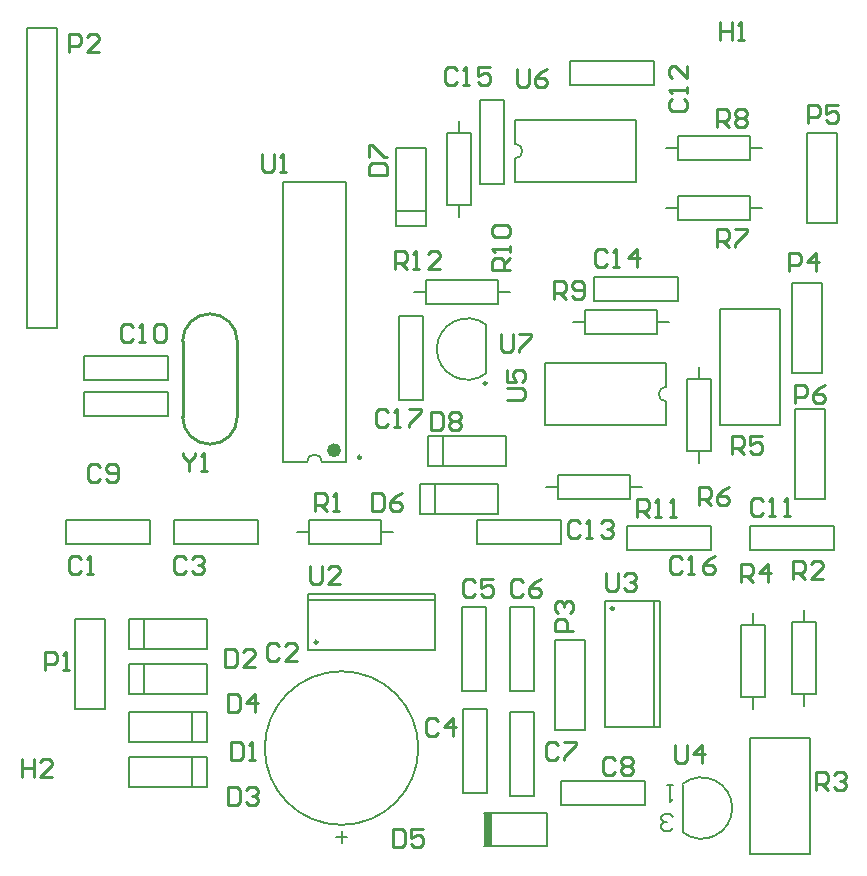
<source format=gto>
G04*
G04 #@! TF.GenerationSoftware,Altium Limited,Altium Designer,20.0.13 (296)*
G04*
G04 Layer_Color=65535*
%FSLAX24Y24*%
%MOIN*%
G70*
G01*
G75*
%ADD10C,0.0079*%
%ADD11C,0.0098*%
%ADD12C,0.0236*%
%ADD13C,0.0100*%
%ADD14C,0.0059*%
%ADD15R,0.0315X0.1102*%
D10*
X16772Y23650D02*
G03*
X16772Y24150I0J250D01*
G01*
X15830Y18107D02*
G03*
X15830Y16493I-630J-807D01*
G01*
X10350Y13535D02*
G03*
X9850Y13535I-250J0D01*
G01*
X21828Y16050D02*
G03*
X21828Y15550I0J-250D01*
G01*
X22370Y1193D02*
G03*
X22370Y2807I630J807D01*
G01*
X13559Y4000D02*
G03*
X13559Y4000I-2559J0D01*
G01*
X15600Y22800D02*
Y25600D01*
Y22800D02*
X16400D01*
Y25600D01*
X15600D02*
X16400D01*
X21800Y24000D02*
X22200D01*
X24600D02*
X25000D01*
X22200Y24400D02*
X24600D01*
X22200Y23600D02*
Y24400D01*
Y23600D02*
X24600D01*
Y24400D01*
X16772Y22857D02*
Y23650D01*
Y24150D02*
Y24943D01*
X20828Y22857D02*
Y24943D01*
X16772Y22857D02*
X20828D01*
X16772Y24943D02*
X20828D01*
X24600Y22000D02*
X25000D01*
X21800D02*
X22200D01*
Y21600D02*
X24600D01*
Y22400D01*
X22200D02*
X24600D01*
X22200Y21600D02*
Y22400D01*
X12800Y21900D02*
X13800D01*
Y21400D02*
Y24000D01*
X12800Y21400D02*
X13800D01*
X12800D02*
Y24000D01*
X13800D01*
X22900Y16300D02*
Y16700D01*
Y13500D02*
Y13900D01*
X23300D02*
Y16300D01*
X22500D02*
X23300D01*
X22500Y13900D02*
Y16300D01*
Y13900D02*
X23300D01*
X17800Y12700D02*
X18200D01*
X20600D02*
X21000D01*
X18200Y13100D02*
X20600D01*
X18200Y12300D02*
Y13100D01*
Y12300D02*
X20600D01*
Y13100D01*
X20500Y11400D02*
X23300D01*
X20500Y10600D02*
Y11400D01*
Y10600D02*
X23300D01*
Y11400D01*
X26100Y12300D02*
X27100D01*
X26100D02*
Y15300D01*
X27100D01*
Y12300D02*
Y15300D01*
X26000Y19500D02*
X27000D01*
Y16500D02*
Y19500D01*
X26000Y16500D02*
X27000D01*
X26000D02*
Y19500D01*
X13700Y15600D02*
Y18400D01*
X12900D02*
X13700D01*
X12900Y15600D02*
Y18400D01*
Y15600D02*
X13700D01*
X15830Y16493D02*
Y18107D01*
X14378Y13400D02*
Y14400D01*
X13878Y13400D02*
X16478D01*
X13878D02*
Y14400D01*
X16478D01*
Y13400D02*
Y14400D01*
X14100Y11800D02*
Y12800D01*
X13600Y11800D02*
X16200D01*
X13600D02*
Y12800D01*
X16200D01*
Y11800D02*
Y12800D01*
X9057Y22865D02*
X11143D01*
X9057Y13535D02*
X9850D01*
X10350D02*
X11143D01*
X9057D02*
Y22865D01*
X11143Y13535D02*
Y22865D01*
X16600Y5200D02*
X17400D01*
Y2400D02*
Y5200D01*
X16600Y2400D02*
X17400D01*
X16600D02*
Y5200D01*
X15041Y2500D02*
Y5300D01*
Y2500D02*
X15841D01*
Y5300D01*
X15041D02*
X15841D01*
X2100D02*
X3100D01*
X2100D02*
Y8300D01*
X3100D01*
Y5300D02*
Y8300D01*
X15757Y1851D02*
X17843D01*
X15757Y749D02*
X17843D01*
Y1851D01*
X500Y28000D02*
X1500D01*
Y18000D02*
Y28000D01*
X500Y18000D02*
X1500D01*
X500D02*
Y18750D01*
Y28000D01*
X14900Y21700D02*
Y22100D01*
Y24500D02*
Y24900D01*
X14500Y22100D02*
Y24500D01*
Y22100D02*
X15300D01*
Y24500D01*
X14500D02*
X15300D01*
X24600Y470D02*
X26600D01*
Y4330D01*
X24600D02*
X26600D01*
X24600Y470D02*
Y4330D01*
X21400Y26100D02*
Y26900D01*
X18600Y26100D02*
X21400D01*
X18600D02*
Y26900D01*
X21400D01*
X21828Y16050D02*
Y16843D01*
Y14757D02*
Y15550D01*
X17772Y14757D02*
Y16843D01*
X21828D01*
X17772Y14757D02*
X21828D01*
X23600Y18630D02*
X25600D01*
X23600Y14770D02*
Y18630D01*
Y14770D02*
X25600D01*
Y18630D01*
X15500Y10800D02*
X18300D01*
Y11600D01*
X15500D02*
X18300D01*
X15500Y10800D02*
Y11600D01*
X5400Y10800D02*
X8200D01*
Y11600D01*
X5400D02*
X8200D01*
X5400Y10800D02*
Y11600D01*
X2413Y15861D02*
X5213D01*
X2413Y15061D02*
Y15861D01*
Y15061D02*
X5213D01*
Y15861D01*
X2413Y17061D02*
X5213D01*
X2413Y16261D02*
Y17061D01*
Y16261D02*
X5213D01*
Y17061D01*
X22370Y1217D02*
Y2783D01*
X12300Y11200D02*
X12700D01*
X9500D02*
X9900D01*
Y10800D02*
X12300D01*
Y11600D01*
X9900D02*
X12300D01*
X9900Y10800D02*
Y11600D01*
X1800D02*
X4600D01*
X1800Y10800D02*
Y11600D01*
Y10800D02*
X4600D01*
Y11600D01*
X18300Y2900D02*
X21100D01*
X18300Y2100D02*
Y2900D01*
Y2100D02*
X21100D01*
Y2900D01*
X18100Y7600D02*
X19100D01*
Y4600D02*
Y7600D01*
X18100Y4600D02*
X19100D01*
X18100D02*
Y7600D01*
X4400Y5800D02*
Y6800D01*
X3900Y5800D02*
X6500D01*
X3900D02*
Y6800D01*
X6500D01*
Y5800D02*
Y6800D01*
X6000Y2700D02*
Y3700D01*
X3900D02*
X6500D01*
Y2700D02*
Y3700D01*
X3900Y2700D02*
X6500D01*
X3900D02*
Y3700D01*
X6000Y4200D02*
Y5200D01*
X3900D02*
X6500D01*
Y4200D02*
Y5200D01*
X3900Y4200D02*
X6500D01*
X3900D02*
Y5200D01*
X4400Y7300D02*
Y8300D01*
X3900Y7300D02*
X6500D01*
X3900D02*
Y8300D01*
X6500D01*
Y7300D02*
Y8300D01*
X27500Y21500D02*
Y24500D01*
X26500D02*
X27500D01*
X26500Y21500D02*
Y24500D01*
Y21500D02*
X27500D01*
X16200Y18800D02*
Y19600D01*
X13800Y18800D02*
X16200D01*
X13800D02*
Y19600D01*
X16200D01*
Y19200D02*
X16600D01*
X13400D02*
X13800D01*
X21500Y17800D02*
Y18600D01*
X19100Y17800D02*
X21500D01*
X19100D02*
Y18600D01*
X21500D01*
Y18200D02*
X21900D01*
X18700D02*
X19100D01*
X22200Y18900D02*
Y19700D01*
X19400Y18900D02*
X22200D01*
X19400D02*
Y19700D01*
X22200D01*
X26000Y5800D02*
X26800D01*
X26000D02*
Y8200D01*
X26800D01*
Y5800D02*
Y8200D01*
X26400Y5400D02*
Y5800D01*
Y8200D02*
Y8600D01*
X24600Y10600D02*
Y11400D01*
X27400D01*
Y10600D02*
Y11400D01*
X24600Y10600D02*
X27400D01*
X24300Y8100D02*
X25100D01*
Y5700D02*
Y8100D01*
X24300Y5700D02*
X25100D01*
X24300D02*
Y8100D01*
X24700D02*
Y8500D01*
Y5300D02*
Y5700D01*
X21425Y4694D02*
Y8906D01*
X21622Y4694D02*
Y8906D01*
X19772Y4694D02*
Y8906D01*
X21622D01*
X19772Y4694D02*
X21622D01*
X9894Y8925D02*
X14106D01*
X9894Y9122D02*
X14106D01*
X9894Y7272D02*
X14106D01*
X9894D02*
Y9122D01*
X14106Y7272D02*
Y9122D01*
X16600Y5900D02*
X17400D01*
X16600D02*
Y8700D01*
X17400D01*
Y5900D02*
Y8700D01*
X15000Y5900D02*
X15800D01*
X15000D02*
Y8700D01*
X15800D01*
Y5900D02*
Y8700D01*
D11*
X15832Y16158D02*
G03*
X15832Y16158I-49J0D01*
G01*
X11649Y13688D02*
G03*
X11649Y13688I-49J0D01*
G01*
X20077Y8650D02*
G03*
X20077Y8650I-49J0D01*
G01*
X10199Y7528D02*
G03*
X10199Y7528I-49J0D01*
G01*
D12*
X10868Y13928D02*
G03*
X10868Y13928I-118J0D01*
G01*
D13*
X6613Y14127D02*
G03*
X7527Y15040I0J913D01*
G01*
X7527Y17560D02*
G03*
X6613Y18473I-913J0D01*
G01*
X6613D02*
G03*
X5700Y17560I0J-913D01*
G01*
X5700Y15040D02*
G03*
X6613Y14127I913J0D01*
G01*
X7527Y15040D02*
Y17560D01*
X5700Y15040D02*
Y17560D01*
X16835Y26635D02*
Y26135D01*
X16935Y26035D01*
X17135D01*
X17235Y26135D01*
Y26635D01*
X17835D02*
X17635Y26535D01*
X17435Y26335D01*
Y26135D01*
X17535Y26035D01*
X17735D01*
X17835Y26135D01*
Y26235D01*
X17735Y26335D01*
X17435D01*
X8360Y23800D02*
Y23300D01*
X8460Y23200D01*
X8660D01*
X8760Y23300D01*
Y23800D01*
X8960Y23200D02*
X9160D01*
X9060D01*
Y23800D01*
X8960Y23700D01*
X355Y3645D02*
Y3045D01*
Y3345D01*
X755D01*
Y3645D01*
Y3045D01*
X1355D02*
X955D01*
X1355Y3445D01*
Y3545D01*
X1255Y3645D01*
X1055D01*
X955Y3545D01*
X23600Y28200D02*
Y27600D01*
Y27900D01*
X24000D01*
Y28200D01*
Y27600D01*
X24200D02*
X24400D01*
X24300D01*
Y28200D01*
X24200Y28100D01*
X22000Y25650D02*
X21900Y25550D01*
Y25350D01*
X22000Y25250D01*
X22400D01*
X22500Y25350D01*
Y25550D01*
X22400Y25650D01*
X22500Y25850D02*
Y26050D01*
Y25950D01*
X21900D01*
X22000Y25850D01*
X22500Y26750D02*
Y26350D01*
X22100Y26750D01*
X22000D01*
X21900Y26650D01*
Y26450D01*
X22000Y26350D01*
X5714Y13839D02*
Y13739D01*
X5913Y13539D01*
X6113Y13739D01*
Y13839D01*
X5913Y13539D02*
Y13239D01*
X6313D02*
X6513D01*
X6413D01*
Y13839D01*
X6313Y13739D01*
X16300Y17800D02*
Y17300D01*
X16400Y17200D01*
X16600D01*
X16700Y17300D01*
Y17800D01*
X16900D02*
X17300D01*
Y17700D01*
X16900Y17300D01*
Y17200D01*
X16500Y15600D02*
X17000D01*
X17100Y15700D01*
Y15900D01*
X17000Y16000D01*
X16500D01*
Y16600D02*
Y16200D01*
X16800D01*
X16700Y16400D01*
Y16500D01*
X16800Y16600D01*
X17000D01*
X17100Y16500D01*
Y16300D01*
X17000Y16200D01*
X22100Y4100D02*
Y3600D01*
X22200Y3500D01*
X22400D01*
X22500Y3600D01*
Y4100D01*
X23000Y3500D02*
Y4100D01*
X22700Y3800D01*
X23100D01*
X19830Y9850D02*
Y9350D01*
X19930Y9250D01*
X20130D01*
X20230Y9350D01*
Y9850D01*
X20430Y9750D02*
X20530Y9850D01*
X20730D01*
X20830Y9750D01*
Y9650D01*
X20730Y9550D01*
X20630D01*
X20730D01*
X20830Y9450D01*
Y9350D01*
X20730Y9250D01*
X20530D01*
X20430Y9350D01*
X9950Y10060D02*
Y9560D01*
X10050Y9460D01*
X10250D01*
X10350Y9560D01*
Y10060D01*
X10950Y9460D02*
X10550D01*
X10950Y9860D01*
Y9960D01*
X10850Y10060D01*
X10650D01*
X10550Y9960D01*
X12780Y19970D02*
Y20570D01*
X13080D01*
X13180Y20470D01*
Y20270D01*
X13080Y20170D01*
X12780D01*
X12980D02*
X13180Y19970D01*
X13380D02*
X13580D01*
X13480D01*
Y20570D01*
X13380Y20470D01*
X14280Y19970D02*
X13880D01*
X14280Y20370D01*
Y20470D01*
X14180Y20570D01*
X13980D01*
X13880Y20470D01*
X16600Y19950D02*
X16000D01*
Y20250D01*
X16100Y20350D01*
X16300D01*
X16400Y20250D01*
Y19950D01*
Y20150D02*
X16600Y20350D01*
Y20550D02*
Y20750D01*
Y20650D01*
X16000D01*
X16100Y20550D01*
Y21050D02*
X16000Y21150D01*
Y21350D01*
X16100Y21450D01*
X16500D01*
X16600Y21350D01*
Y21150D01*
X16500Y21050D01*
X16100D01*
X20850Y11700D02*
Y12300D01*
X21150D01*
X21250Y12200D01*
Y12000D01*
X21150Y11900D01*
X20850D01*
X21050D02*
X21250Y11700D01*
X21450D02*
X21650D01*
X21550D01*
Y12300D01*
X21450Y12200D01*
X21950Y11700D02*
X22150D01*
X22050D01*
Y12300D01*
X21950Y12200D01*
X18080Y18970D02*
Y19570D01*
X18380D01*
X18480Y19470D01*
Y19270D01*
X18380Y19170D01*
X18080D01*
X18280D02*
X18480Y18970D01*
X18680Y19070D02*
X18780Y18970D01*
X18980D01*
X19080Y19070D01*
Y19470D01*
X18980Y19570D01*
X18780D01*
X18680Y19470D01*
Y19370D01*
X18780Y19270D01*
X19080D01*
X23500Y20700D02*
Y21300D01*
X23800D01*
X23900Y21200D01*
Y21000D01*
X23800Y20900D01*
X23500D01*
X23700D02*
X23900Y20700D01*
X24100Y21300D02*
X24500D01*
Y21200D01*
X24100Y20800D01*
Y20700D01*
X23500Y24700D02*
Y25300D01*
X23800D01*
X23900Y25200D01*
Y25000D01*
X23800Y24900D01*
X23500D01*
X23700D02*
X23900Y24700D01*
X24100Y25200D02*
X24200Y25300D01*
X24400D01*
X24500Y25200D01*
Y25100D01*
X24400Y25000D01*
X24500Y24900D01*
Y24800D01*
X24400Y24700D01*
X24200D01*
X24100Y24800D01*
Y24900D01*
X24200Y25000D01*
X24100Y25100D01*
Y25200D01*
X24200Y25000D02*
X24400D01*
X24000Y13800D02*
Y14400D01*
X24300D01*
X24400Y14300D01*
Y14100D01*
X24300Y14000D01*
X24000D01*
X24200D02*
X24400Y13800D01*
X25000Y14400D02*
X24600D01*
Y14100D01*
X24800Y14200D01*
X24900D01*
X25000Y14100D01*
Y13900D01*
X24900Y13800D01*
X24700D01*
X24600Y13900D01*
X22900Y12100D02*
Y12700D01*
X23200D01*
X23300Y12600D01*
Y12400D01*
X23200Y12300D01*
X22900D01*
X23100D02*
X23300Y12100D01*
X23900Y12700D02*
X23700Y12600D01*
X23500Y12400D01*
Y12200D01*
X23600Y12100D01*
X23800D01*
X23900Y12200D01*
Y12300D01*
X23800Y12400D01*
X23500D01*
X26800Y2600D02*
Y3200D01*
X27100D01*
X27200Y3100D01*
Y2900D01*
X27100Y2800D01*
X26800D01*
X27000D02*
X27200Y2600D01*
X27400Y3100D02*
X27500Y3200D01*
X27700D01*
X27800Y3100D01*
Y3000D01*
X27700Y2900D01*
X27600D01*
X27700D01*
X27800Y2800D01*
Y2700D01*
X27700Y2600D01*
X27500D01*
X27400Y2700D01*
X24330Y9520D02*
Y10120D01*
X24630D01*
X24730Y10020D01*
Y9820D01*
X24630Y9720D01*
X24330D01*
X24530D02*
X24730Y9520D01*
X25230D02*
Y10120D01*
X24930Y9820D01*
X25330D01*
X26060Y9620D02*
Y10220D01*
X26360D01*
X26460Y10120D01*
Y9920D01*
X26360Y9820D01*
X26060D01*
X26260D02*
X26460Y9620D01*
X27060D02*
X26660D01*
X27060Y10020D01*
Y10120D01*
X26960Y10220D01*
X26760D01*
X26660Y10120D01*
X10100Y11900D02*
Y12500D01*
X10400D01*
X10500Y12400D01*
Y12200D01*
X10400Y12100D01*
X10100D01*
X10300D02*
X10500Y11900D01*
X10700D02*
X10900D01*
X10800D01*
Y12500D01*
X10700Y12400D01*
X26100Y15500D02*
Y16100D01*
X26400D01*
X26500Y16000D01*
Y15800D01*
X26400Y15700D01*
X26100D01*
X27100Y16100D02*
X26900Y16000D01*
X26700Y15800D01*
Y15600D01*
X26800Y15500D01*
X27000D01*
X27100Y15600D01*
Y15700D01*
X27000Y15800D01*
X26700D01*
X26560Y24840D02*
Y25440D01*
X26860D01*
X26960Y25340D01*
Y25140D01*
X26860Y25040D01*
X26560D01*
X27560Y25440D02*
X27160D01*
Y25140D01*
X27360Y25240D01*
X27460D01*
X27560Y25140D01*
Y24940D01*
X27460Y24840D01*
X27260D01*
X27160Y24940D01*
X25900Y19900D02*
Y20500D01*
X26200D01*
X26300Y20400D01*
Y20200D01*
X26200Y20100D01*
X25900D01*
X26800Y19900D02*
Y20500D01*
X26500Y20200D01*
X26900D01*
X18700Y7900D02*
X18100D01*
Y8200D01*
X18200Y8300D01*
X18400D01*
X18500Y8200D01*
Y7900D01*
X18200Y8500D02*
X18100Y8600D01*
Y8800D01*
X18200Y8900D01*
X18300D01*
X18400Y8800D01*
Y8700D01*
Y8800D01*
X18500Y8900D01*
X18600D01*
X18700Y8800D01*
Y8600D01*
X18600Y8500D01*
X1900Y27200D02*
Y27800D01*
X2200D01*
X2300Y27700D01*
Y27500D01*
X2200Y27400D01*
X1900D01*
X2900Y27200D02*
X2500D01*
X2900Y27600D01*
Y27700D01*
X2800Y27800D01*
X2600D01*
X2500Y27700D01*
X1100Y6600D02*
Y7200D01*
X1400D01*
X1500Y7100D01*
Y6900D01*
X1400Y6800D01*
X1100D01*
X1700Y6600D02*
X1900D01*
X1800D01*
Y7200D01*
X1700Y7100D01*
X11900Y23100D02*
X12500D01*
Y23400D01*
X12400Y23500D01*
X12000D01*
X11900Y23400D01*
Y23100D01*
Y23700D02*
Y24100D01*
X12000D01*
X12400Y23700D01*
X12500D01*
X13978Y15200D02*
Y14600D01*
X14278D01*
X14378Y14700D01*
Y15100D01*
X14278Y15200D01*
X13978D01*
X14578Y15100D02*
X14678Y15200D01*
X14878D01*
X14978Y15100D01*
Y15000D01*
X14878Y14900D01*
X14978Y14800D01*
Y14700D01*
X14878Y14600D01*
X14678D01*
X14578Y14700D01*
Y14800D01*
X14678Y14900D01*
X14578Y15000D01*
Y15100D01*
X14678Y14900D02*
X14878D01*
X12000Y12500D02*
Y11900D01*
X12300D01*
X12400Y12000D01*
Y12400D01*
X12300Y12500D01*
X12000D01*
X13000D02*
X12800Y12400D01*
X12600Y12200D01*
Y12000D01*
X12700Y11900D01*
X12900D01*
X13000Y12000D01*
Y12100D01*
X12900Y12200D01*
X12600D01*
X12700Y1300D02*
Y700D01*
X13000D01*
X13100Y800D01*
Y1200D01*
X13000Y1300D01*
X12700D01*
X13700D02*
X13300D01*
Y1000D01*
X13500Y1100D01*
X13600D01*
X13700Y1000D01*
Y800D01*
X13600Y700D01*
X13400D01*
X13300Y800D01*
X7200Y2700D02*
Y2100D01*
X7500D01*
X7600Y2200D01*
Y2600D01*
X7500Y2700D01*
X7200D01*
X7800Y2600D02*
X7900Y2700D01*
X8100D01*
X8200Y2600D01*
Y2500D01*
X8100Y2400D01*
X8000D01*
X8100D01*
X8200Y2300D01*
Y2200D01*
X8100Y2100D01*
X7900D01*
X7800Y2200D01*
X7200Y5800D02*
Y5200D01*
X7500D01*
X7600Y5300D01*
Y5700D01*
X7500Y5800D01*
X7200D01*
X8100Y5200D02*
Y5800D01*
X7800Y5500D01*
X8200D01*
X7300Y4200D02*
Y3600D01*
X7600D01*
X7700Y3700D01*
Y4100D01*
X7600Y4200D01*
X7300D01*
X7900Y3600D02*
X8100D01*
X8000D01*
Y4200D01*
X7900Y4100D01*
X7100Y7300D02*
Y6700D01*
X7400D01*
X7500Y6800D01*
Y7200D01*
X7400Y7300D01*
X7100D01*
X8100Y6700D02*
X7700D01*
X8100Y7100D01*
Y7200D01*
X8000Y7300D01*
X7800D01*
X7700Y7200D01*
X12550Y15200D02*
X12450Y15300D01*
X12250D01*
X12150Y15200D01*
Y14800D01*
X12250Y14700D01*
X12450D01*
X12550Y14800D01*
X12750Y14700D02*
X12950D01*
X12850D01*
Y15300D01*
X12750Y15200D01*
X13250Y15300D02*
X13650D01*
Y15200D01*
X13250Y14800D01*
Y14700D01*
X14850Y26600D02*
X14750Y26700D01*
X14550D01*
X14450Y26600D01*
Y26200D01*
X14550Y26100D01*
X14750D01*
X14850Y26200D01*
X15050Y26100D02*
X15250D01*
X15150D01*
Y26700D01*
X15050Y26600D01*
X15950Y26700D02*
X15550D01*
Y26400D01*
X15750Y26500D01*
X15850D01*
X15950Y26400D01*
Y26200D01*
X15850Y26100D01*
X15650D01*
X15550Y26200D01*
X22350Y10300D02*
X22250Y10400D01*
X22050D01*
X21950Y10300D01*
Y9900D01*
X22050Y9800D01*
X22250D01*
X22350Y9900D01*
X22550Y9800D02*
X22750D01*
X22650D01*
Y10400D01*
X22550Y10300D01*
X23450Y10400D02*
X23250Y10300D01*
X23050Y10100D01*
Y9900D01*
X23150Y9800D01*
X23350D01*
X23450Y9900D01*
Y10000D01*
X23350Y10100D01*
X23050D01*
X19860Y20540D02*
X19760Y20640D01*
X19560D01*
X19460Y20540D01*
Y20140D01*
X19560Y20040D01*
X19760D01*
X19860Y20140D01*
X20060Y20040D02*
X20260D01*
X20160D01*
Y20640D01*
X20060Y20540D01*
X20860Y20040D02*
Y20640D01*
X20560Y20340D01*
X20960D01*
X18950Y11500D02*
X18850Y11600D01*
X18650D01*
X18550Y11500D01*
Y11100D01*
X18650Y11000D01*
X18850D01*
X18950Y11100D01*
X19150Y11000D02*
X19350D01*
X19250D01*
Y11600D01*
X19150Y11500D01*
X19650D02*
X19750Y11600D01*
X19950D01*
X20050Y11500D01*
Y11400D01*
X19950Y11300D01*
X19850D01*
X19950D01*
X20050Y11200D01*
Y11100D01*
X19950Y11000D01*
X19750D01*
X19650Y11100D01*
X25060Y12240D02*
X24960Y12340D01*
X24760D01*
X24660Y12240D01*
Y11840D01*
X24760Y11740D01*
X24960D01*
X25060Y11840D01*
X25260Y11740D02*
X25460D01*
X25360D01*
Y12340D01*
X25260Y12240D01*
X25760Y11740D02*
X25960D01*
X25860D01*
Y12340D01*
X25760Y12240D01*
X4063Y18040D02*
X3964Y18140D01*
X3764D01*
X3664Y18040D01*
Y17640D01*
X3764Y17540D01*
X3964D01*
X4063Y17640D01*
X4263Y17540D02*
X4463D01*
X4363D01*
Y18140D01*
X4263Y18040D01*
X4763D02*
X4863Y18140D01*
X5063D01*
X5163Y18040D01*
Y17640D01*
X5063Y17540D01*
X4863D01*
X4763Y17640D01*
Y18040D01*
X2959Y13352D02*
X2859Y13452D01*
X2659D01*
X2559Y13352D01*
Y12952D01*
X2659Y12852D01*
X2859D01*
X2959Y12952D01*
X3159D02*
X3259Y12852D01*
X3459D01*
X3559Y12952D01*
Y13352D01*
X3459Y13452D01*
X3259D01*
X3159Y13352D01*
Y13252D01*
X3259Y13152D01*
X3559D01*
X20100Y3600D02*
X20000Y3700D01*
X19800D01*
X19700Y3600D01*
Y3200D01*
X19800Y3100D01*
X20000D01*
X20100Y3200D01*
X20300Y3600D02*
X20400Y3700D01*
X20600D01*
X20700Y3600D01*
Y3500D01*
X20600Y3400D01*
X20700Y3300D01*
Y3200D01*
X20600Y3100D01*
X20400D01*
X20300Y3200D01*
Y3300D01*
X20400Y3400D01*
X20300Y3500D01*
Y3600D01*
X20400Y3400D02*
X20600D01*
X18200Y4100D02*
X18100Y4200D01*
X17900D01*
X17800Y4100D01*
Y3700D01*
X17900Y3600D01*
X18100D01*
X18200Y3700D01*
X18400Y4200D02*
X18800D01*
Y4100D01*
X18400Y3700D01*
Y3600D01*
X17060Y9540D02*
X16960Y9640D01*
X16760D01*
X16660Y9540D01*
Y9140D01*
X16760Y9040D01*
X16960D01*
X17060Y9140D01*
X17660Y9640D02*
X17460Y9540D01*
X17260Y9340D01*
Y9140D01*
X17360Y9040D01*
X17560D01*
X17660Y9140D01*
Y9240D01*
X17560Y9340D01*
X17260D01*
X15460Y9540D02*
X15360Y9640D01*
X15160D01*
X15060Y9540D01*
Y9140D01*
X15160Y9040D01*
X15360D01*
X15460Y9140D01*
X16060Y9640D02*
X15660D01*
Y9340D01*
X15860Y9440D01*
X15960D01*
X16060Y9340D01*
Y9140D01*
X15960Y9040D01*
X15760D01*
X15660Y9140D01*
X14200Y4900D02*
X14100Y5000D01*
X13900D01*
X13800Y4900D01*
Y4500D01*
X13900Y4400D01*
X14100D01*
X14200Y4500D01*
X14700Y4400D02*
Y5000D01*
X14400Y4700D01*
X14800D01*
X5800Y10300D02*
X5700Y10400D01*
X5500D01*
X5400Y10300D01*
Y9900D01*
X5500Y9800D01*
X5700D01*
X5800Y9900D01*
X6000Y10300D02*
X6100Y10400D01*
X6300D01*
X6400Y10300D01*
Y10200D01*
X6300Y10100D01*
X6200D01*
X6300D01*
X6400Y10000D01*
Y9900D01*
X6300Y9800D01*
X6100D01*
X6000Y9900D01*
X8900Y7400D02*
X8800Y7500D01*
X8600D01*
X8500Y7400D01*
Y7000D01*
X8600Y6900D01*
X8800D01*
X8900Y7000D01*
X9500Y6900D02*
X9100D01*
X9500Y7300D01*
Y7400D01*
X9400Y7500D01*
X9200D01*
X9100Y7400D01*
X2300Y10300D02*
X2200Y10400D01*
X2000D01*
X1900Y10300D01*
Y9900D01*
X2000Y9800D01*
X2200D01*
X2300Y9900D01*
X2500Y9800D02*
X2700D01*
X2600D01*
Y10400D01*
X2500Y10300D01*
D14*
X22047Y1324D02*
X21948Y1226D01*
X21752D01*
X21653Y1324D01*
Y1423D01*
X21752Y1521D01*
X21850D01*
X21752D01*
X21653Y1619D01*
Y1718D01*
X21752Y1816D01*
X21948D01*
X22047Y1718D01*
Y2779D02*
X21850D01*
X21948D01*
Y2189D01*
X22047Y2287D01*
X11001Y850D02*
Y1244D01*
X10804Y1047D02*
X11198D01*
D15*
X15875Y1300D02*
D03*
M02*

</source>
